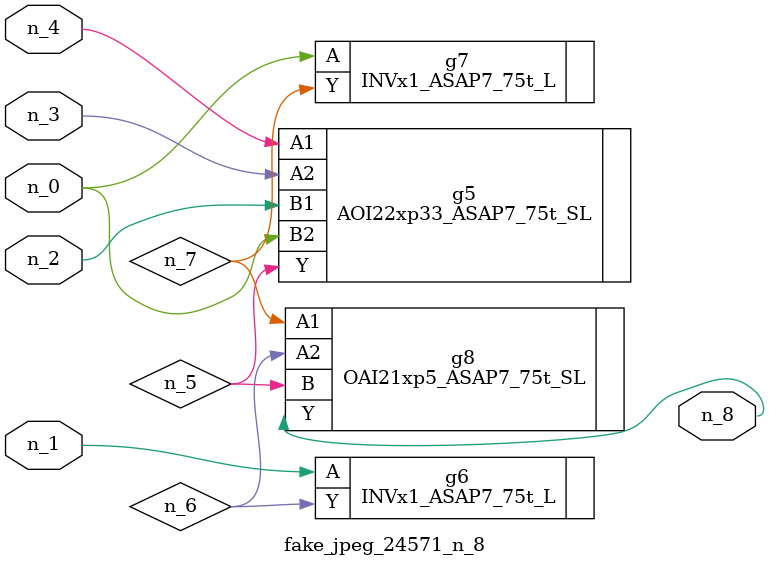
<source format=v>
module fake_jpeg_24571_n_8 (n_3, n_2, n_1, n_0, n_4, n_8);

input n_3;
input n_2;
input n_1;
input n_0;
input n_4;

output n_8;

wire n_6;
wire n_5;
wire n_7;

AOI22xp33_ASAP7_75t_SL g5 ( 
.A1(n_4),
.A2(n_3),
.B1(n_2),
.B2(n_0),
.Y(n_5)
);

INVx1_ASAP7_75t_L g6 ( 
.A(n_1),
.Y(n_6)
);

INVx1_ASAP7_75t_L g7 ( 
.A(n_0),
.Y(n_7)
);

OAI21xp5_ASAP7_75t_SL g8 ( 
.A1(n_7),
.A2(n_6),
.B(n_5),
.Y(n_8)
);


endmodule
</source>
